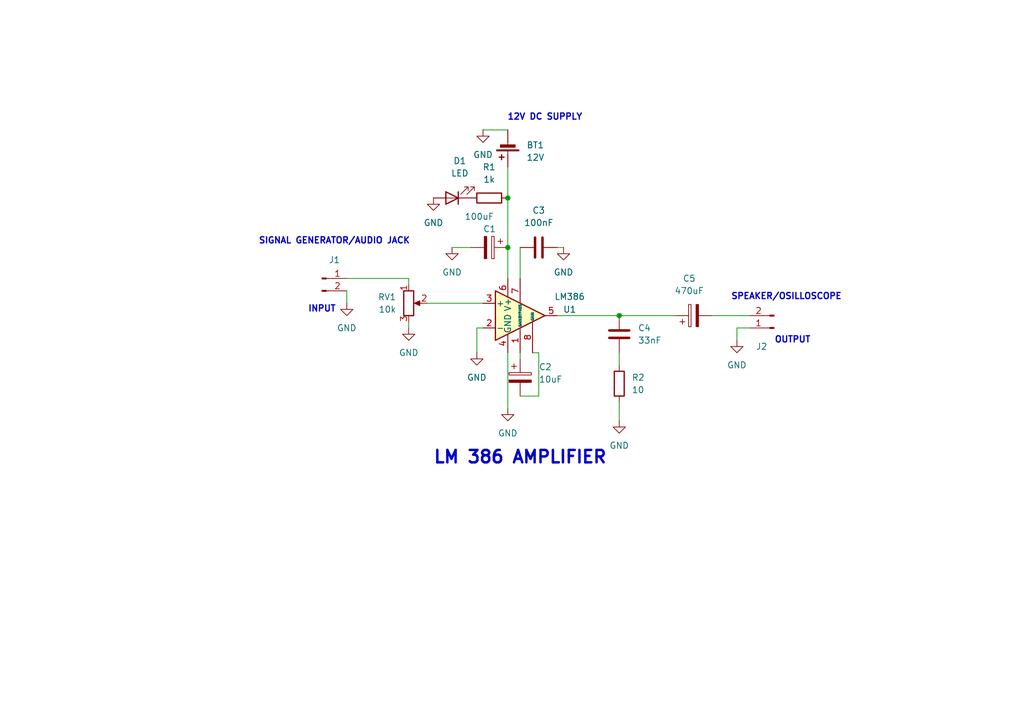
<source format=kicad_sch>
(kicad_sch
	(version 20250114)
	(generator "eeschema")
	(generator_version "9.0")
	(uuid "ec91a211-889e-4e57-b9a1-f516d4a2f78e")
	(paper "A5")
	(title_block
		(title "LM 386 AMPLIFIER")
	)
	(lib_symbols
		(symbol "Amplifier_Audio:LM386"
			(pin_names
				(offset 0.127)
			)
			(exclude_from_sim no)
			(in_bom yes)
			(on_board yes)
			(property "Reference" "U"
				(at 1.27 7.62 0)
				(effects
					(font
						(size 1.27 1.27)
					)
					(justify left)
				)
			)
			(property "Value" "LM386"
				(at 1.27 5.08 0)
				(effects
					(font
						(size 1.27 1.27)
					)
					(justify left)
				)
			)
			(property "Footprint" ""
				(at 2.54 2.54 0)
				(effects
					(font
						(size 1.27 1.27)
					)
					(hide yes)
				)
			)
			(property "Datasheet" "http://www.ti.com/lit/ds/symlink/lm386.pdf"
				(at 5.08 5.08 0)
				(effects
					(font
						(size 1.27 1.27)
					)
					(hide yes)
				)
			)
			(property "Description" "Low Voltage Audio Power Amplifier, DIP-8/SOIC-8/SSOP-8"
				(at 0 0 0)
				(effects
					(font
						(size 1.27 1.27)
					)
					(hide yes)
				)
			)
			(property "ki_keywords" "single Power opamp"
				(at 0 0 0)
				(effects
					(font
						(size 1.27 1.27)
					)
					(hide yes)
				)
			)
			(property "ki_fp_filters" "SOIC*3.9x4.9mm*P1.27mm* DIP*W7.62mm* MSSOP*P0.65mm* TSSOP*3x3mm*P0.5mm*"
				(at 0 0 0)
				(effects
					(font
						(size 1.27 1.27)
					)
					(hide yes)
				)
			)
			(symbol "LM386_0_1"
				(polyline
					(pts
						(xy 5.08 0) (xy -5.08 5.08) (xy -5.08 -5.08) (xy 5.08 0)
					)
					(stroke
						(width 0.254)
						(type default)
					)
					(fill
						(type background)
					)
				)
			)
			(symbol "LM386_1_1"
				(pin input line
					(at -7.62 2.54 0)
					(length 2.54)
					(name "+"
						(effects
							(font
								(size 1.27 1.27)
							)
						)
					)
					(number "3"
						(effects
							(font
								(size 1.27 1.27)
							)
						)
					)
				)
				(pin input line
					(at -7.62 -2.54 0)
					(length 2.54)
					(name "-"
						(effects
							(font
								(size 1.27 1.27)
							)
						)
					)
					(number "2"
						(effects
							(font
								(size 1.27 1.27)
							)
						)
					)
				)
				(pin power_in line
					(at -2.54 7.62 270)
					(length 3.81)
					(name "V+"
						(effects
							(font
								(size 1.27 1.27)
							)
						)
					)
					(number "6"
						(effects
							(font
								(size 1.27 1.27)
							)
						)
					)
				)
				(pin power_in line
					(at -2.54 -7.62 90)
					(length 3.81)
					(name "GND"
						(effects
							(font
								(size 1.27 1.27)
							)
						)
					)
					(number "4"
						(effects
							(font
								(size 1.27 1.27)
							)
						)
					)
				)
				(pin input line
					(at 0 7.62 270)
					(length 5.08)
					(name "BYPASS"
						(effects
							(font
								(size 0.508 0.508)
							)
						)
					)
					(number "7"
						(effects
							(font
								(size 1.27 1.27)
							)
						)
					)
				)
				(pin input line
					(at 0 -7.62 90)
					(length 5.08)
					(name "GAIN"
						(effects
							(font
								(size 0.508 0.508)
							)
						)
					)
					(number "1"
						(effects
							(font
								(size 1.27 1.27)
							)
						)
					)
				)
				(pin input line
					(at 2.54 -7.62 90)
					(length 6.35)
					(name "GAIN"
						(effects
							(font
								(size 0.508 0.508)
							)
						)
					)
					(number "8"
						(effects
							(font
								(size 1.27 1.27)
							)
						)
					)
				)
				(pin output line
					(at 7.62 0 180)
					(length 2.54)
					(name "~"
						(effects
							(font
								(size 1.27 1.27)
							)
						)
					)
					(number "5"
						(effects
							(font
								(size 1.27 1.27)
							)
						)
					)
				)
			)
			(embedded_fonts no)
		)
		(symbol "Connector:Conn_01x02_Pin"
			(pin_names
				(offset 1.016)
				(hide yes)
			)
			(exclude_from_sim no)
			(in_bom yes)
			(on_board yes)
			(property "Reference" "J"
				(at 0 2.54 0)
				(effects
					(font
						(size 1.27 1.27)
					)
				)
			)
			(property "Value" "Conn_01x02_Pin"
				(at 0 -5.08 0)
				(effects
					(font
						(size 1.27 1.27)
					)
				)
			)
			(property "Footprint" ""
				(at 0 0 0)
				(effects
					(font
						(size 1.27 1.27)
					)
					(hide yes)
				)
			)
			(property "Datasheet" "~"
				(at 0 0 0)
				(effects
					(font
						(size 1.27 1.27)
					)
					(hide yes)
				)
			)
			(property "Description" "Generic connector, single row, 01x02, script generated"
				(at 0 0 0)
				(effects
					(font
						(size 1.27 1.27)
					)
					(hide yes)
				)
			)
			(property "ki_locked" ""
				(at 0 0 0)
				(effects
					(font
						(size 1.27 1.27)
					)
				)
			)
			(property "ki_keywords" "connector"
				(at 0 0 0)
				(effects
					(font
						(size 1.27 1.27)
					)
					(hide yes)
				)
			)
			(property "ki_fp_filters" "Connector*:*_1x??_*"
				(at 0 0 0)
				(effects
					(font
						(size 1.27 1.27)
					)
					(hide yes)
				)
			)
			(symbol "Conn_01x02_Pin_1_1"
				(rectangle
					(start 0.8636 0.127)
					(end 0 -0.127)
					(stroke
						(width 0.1524)
						(type default)
					)
					(fill
						(type outline)
					)
				)
				(rectangle
					(start 0.8636 -2.413)
					(end 0 -2.667)
					(stroke
						(width 0.1524)
						(type default)
					)
					(fill
						(type outline)
					)
				)
				(polyline
					(pts
						(xy 1.27 0) (xy 0.8636 0)
					)
					(stroke
						(width 0.1524)
						(type default)
					)
					(fill
						(type none)
					)
				)
				(polyline
					(pts
						(xy 1.27 -2.54) (xy 0.8636 -2.54)
					)
					(stroke
						(width 0.1524)
						(type default)
					)
					(fill
						(type none)
					)
				)
				(pin passive line
					(at 5.08 0 180)
					(length 3.81)
					(name "Pin_1"
						(effects
							(font
								(size 1.27 1.27)
							)
						)
					)
					(number "1"
						(effects
							(font
								(size 1.27 1.27)
							)
						)
					)
				)
				(pin passive line
					(at 5.08 -2.54 180)
					(length 3.81)
					(name "Pin_2"
						(effects
							(font
								(size 1.27 1.27)
							)
						)
					)
					(number "2"
						(effects
							(font
								(size 1.27 1.27)
							)
						)
					)
				)
			)
			(embedded_fonts no)
		)
		(symbol "Device:Battery_Cell"
			(pin_numbers
				(hide yes)
			)
			(pin_names
				(offset 0)
				(hide yes)
			)
			(exclude_from_sim no)
			(in_bom yes)
			(on_board yes)
			(property "Reference" "BT"
				(at 2.54 2.54 0)
				(effects
					(font
						(size 1.27 1.27)
					)
					(justify left)
				)
			)
			(property "Value" "Battery_Cell"
				(at 2.54 0 0)
				(effects
					(font
						(size 1.27 1.27)
					)
					(justify left)
				)
			)
			(property "Footprint" ""
				(at 0 1.524 90)
				(effects
					(font
						(size 1.27 1.27)
					)
					(hide yes)
				)
			)
			(property "Datasheet" "~"
				(at 0 1.524 90)
				(effects
					(font
						(size 1.27 1.27)
					)
					(hide yes)
				)
			)
			(property "Description" "Single-cell battery"
				(at 0 0 0)
				(effects
					(font
						(size 1.27 1.27)
					)
					(hide yes)
				)
			)
			(property "ki_keywords" "battery cell"
				(at 0 0 0)
				(effects
					(font
						(size 1.27 1.27)
					)
					(hide yes)
				)
			)
			(symbol "Battery_Cell_0_1"
				(rectangle
					(start -2.286 1.778)
					(end 2.286 1.524)
					(stroke
						(width 0)
						(type default)
					)
					(fill
						(type outline)
					)
				)
				(rectangle
					(start -1.524 1.016)
					(end 1.524 0.508)
					(stroke
						(width 0)
						(type default)
					)
					(fill
						(type outline)
					)
				)
				(polyline
					(pts
						(xy 0 1.778) (xy 0 2.54)
					)
					(stroke
						(width 0)
						(type default)
					)
					(fill
						(type none)
					)
				)
				(polyline
					(pts
						(xy 0 0.762) (xy 0 0)
					)
					(stroke
						(width 0)
						(type default)
					)
					(fill
						(type none)
					)
				)
				(polyline
					(pts
						(xy 0.762 3.048) (xy 1.778 3.048)
					)
					(stroke
						(width 0.254)
						(type default)
					)
					(fill
						(type none)
					)
				)
				(polyline
					(pts
						(xy 1.27 3.556) (xy 1.27 2.54)
					)
					(stroke
						(width 0.254)
						(type default)
					)
					(fill
						(type none)
					)
				)
			)
			(symbol "Battery_Cell_1_1"
				(pin passive line
					(at 0 5.08 270)
					(length 2.54)
					(name "+"
						(effects
							(font
								(size 1.27 1.27)
							)
						)
					)
					(number "1"
						(effects
							(font
								(size 1.27 1.27)
							)
						)
					)
				)
				(pin passive line
					(at 0 -2.54 90)
					(length 2.54)
					(name "-"
						(effects
							(font
								(size 1.27 1.27)
							)
						)
					)
					(number "2"
						(effects
							(font
								(size 1.27 1.27)
							)
						)
					)
				)
			)
			(embedded_fonts no)
		)
		(symbol "Device:C"
			(pin_numbers
				(hide yes)
			)
			(pin_names
				(offset 0.254)
			)
			(exclude_from_sim no)
			(in_bom yes)
			(on_board yes)
			(property "Reference" "C"
				(at 0.635 2.54 0)
				(effects
					(font
						(size 1.27 1.27)
					)
					(justify left)
				)
			)
			(property "Value" "C"
				(at 0.635 -2.54 0)
				(effects
					(font
						(size 1.27 1.27)
					)
					(justify left)
				)
			)
			(property "Footprint" ""
				(at 0.9652 -3.81 0)
				(effects
					(font
						(size 1.27 1.27)
					)
					(hide yes)
				)
			)
			(property "Datasheet" "~"
				(at 0 0 0)
				(effects
					(font
						(size 1.27 1.27)
					)
					(hide yes)
				)
			)
			(property "Description" "Unpolarized capacitor"
				(at 0 0 0)
				(effects
					(font
						(size 1.27 1.27)
					)
					(hide yes)
				)
			)
			(property "ki_keywords" "cap capacitor"
				(at 0 0 0)
				(effects
					(font
						(size 1.27 1.27)
					)
					(hide yes)
				)
			)
			(property "ki_fp_filters" "C_*"
				(at 0 0 0)
				(effects
					(font
						(size 1.27 1.27)
					)
					(hide yes)
				)
			)
			(symbol "C_0_1"
				(polyline
					(pts
						(xy -2.032 0.762) (xy 2.032 0.762)
					)
					(stroke
						(width 0.508)
						(type default)
					)
					(fill
						(type none)
					)
				)
				(polyline
					(pts
						(xy -2.032 -0.762) (xy 2.032 -0.762)
					)
					(stroke
						(width 0.508)
						(type default)
					)
					(fill
						(type none)
					)
				)
			)
			(symbol "C_1_1"
				(pin passive line
					(at 0 3.81 270)
					(length 2.794)
					(name "~"
						(effects
							(font
								(size 1.27 1.27)
							)
						)
					)
					(number "1"
						(effects
							(font
								(size 1.27 1.27)
							)
						)
					)
				)
				(pin passive line
					(at 0 -3.81 90)
					(length 2.794)
					(name "~"
						(effects
							(font
								(size 1.27 1.27)
							)
						)
					)
					(number "2"
						(effects
							(font
								(size 1.27 1.27)
							)
						)
					)
				)
			)
			(embedded_fonts no)
		)
		(symbol "Device:C_Polarized"
			(pin_numbers
				(hide yes)
			)
			(pin_names
				(offset 0.254)
			)
			(exclude_from_sim no)
			(in_bom yes)
			(on_board yes)
			(property "Reference" "C"
				(at 0.635 2.54 0)
				(effects
					(font
						(size 1.27 1.27)
					)
					(justify left)
				)
			)
			(property "Value" "C_Polarized"
				(at 0.635 -2.54 0)
				(effects
					(font
						(size 1.27 1.27)
					)
					(justify left)
				)
			)
			(property "Footprint" ""
				(at 0.9652 -3.81 0)
				(effects
					(font
						(size 1.27 1.27)
					)
					(hide yes)
				)
			)
			(property "Datasheet" "~"
				(at 0 0 0)
				(effects
					(font
						(size 1.27 1.27)
					)
					(hide yes)
				)
			)
			(property "Description" "Polarized capacitor"
				(at 0 0 0)
				(effects
					(font
						(size 1.27 1.27)
					)
					(hide yes)
				)
			)
			(property "ki_keywords" "cap capacitor"
				(at 0 0 0)
				(effects
					(font
						(size 1.27 1.27)
					)
					(hide yes)
				)
			)
			(property "ki_fp_filters" "CP_*"
				(at 0 0 0)
				(effects
					(font
						(size 1.27 1.27)
					)
					(hide yes)
				)
			)
			(symbol "C_Polarized_0_1"
				(rectangle
					(start -2.286 0.508)
					(end 2.286 1.016)
					(stroke
						(width 0)
						(type default)
					)
					(fill
						(type none)
					)
				)
				(polyline
					(pts
						(xy -1.778 2.286) (xy -0.762 2.286)
					)
					(stroke
						(width 0)
						(type default)
					)
					(fill
						(type none)
					)
				)
				(polyline
					(pts
						(xy -1.27 2.794) (xy -1.27 1.778)
					)
					(stroke
						(width 0)
						(type default)
					)
					(fill
						(type none)
					)
				)
				(rectangle
					(start 2.286 -0.508)
					(end -2.286 -1.016)
					(stroke
						(width 0)
						(type default)
					)
					(fill
						(type outline)
					)
				)
			)
			(symbol "C_Polarized_1_1"
				(pin passive line
					(at 0 3.81 270)
					(length 2.794)
					(name "~"
						(effects
							(font
								(size 1.27 1.27)
							)
						)
					)
					(number "1"
						(effects
							(font
								(size 1.27 1.27)
							)
						)
					)
				)
				(pin passive line
					(at 0 -3.81 90)
					(length 2.794)
					(name "~"
						(effects
							(font
								(size 1.27 1.27)
							)
						)
					)
					(number "2"
						(effects
							(font
								(size 1.27 1.27)
							)
						)
					)
				)
			)
			(embedded_fonts no)
		)
		(symbol "Device:LED"
			(pin_numbers
				(hide yes)
			)
			(pin_names
				(offset 1.016)
				(hide yes)
			)
			(exclude_from_sim no)
			(in_bom yes)
			(on_board yes)
			(property "Reference" "D"
				(at 0 2.54 0)
				(effects
					(font
						(size 1.27 1.27)
					)
				)
			)
			(property "Value" "LED"
				(at 0 -2.54 0)
				(effects
					(font
						(size 1.27 1.27)
					)
				)
			)
			(property "Footprint" ""
				(at 0 0 0)
				(effects
					(font
						(size 1.27 1.27)
					)
					(hide yes)
				)
			)
			(property "Datasheet" "~"
				(at 0 0 0)
				(effects
					(font
						(size 1.27 1.27)
					)
					(hide yes)
				)
			)
			(property "Description" "Light emitting diode"
				(at 0 0 0)
				(effects
					(font
						(size 1.27 1.27)
					)
					(hide yes)
				)
			)
			(property "Sim.Pins" "1=K 2=A"
				(at 0 0 0)
				(effects
					(font
						(size 1.27 1.27)
					)
					(hide yes)
				)
			)
			(property "ki_keywords" "LED diode"
				(at 0 0 0)
				(effects
					(font
						(size 1.27 1.27)
					)
					(hide yes)
				)
			)
			(property "ki_fp_filters" "LED* LED_SMD:* LED_THT:*"
				(at 0 0 0)
				(effects
					(font
						(size 1.27 1.27)
					)
					(hide yes)
				)
			)
			(symbol "LED_0_1"
				(polyline
					(pts
						(xy -3.048 -0.762) (xy -4.572 -2.286) (xy -3.81 -2.286) (xy -4.572 -2.286) (xy -4.572 -1.524)
					)
					(stroke
						(width 0)
						(type default)
					)
					(fill
						(type none)
					)
				)
				(polyline
					(pts
						(xy -1.778 -0.762) (xy -3.302 -2.286) (xy -2.54 -2.286) (xy -3.302 -2.286) (xy -3.302 -1.524)
					)
					(stroke
						(width 0)
						(type default)
					)
					(fill
						(type none)
					)
				)
				(polyline
					(pts
						(xy -1.27 0) (xy 1.27 0)
					)
					(stroke
						(width 0)
						(type default)
					)
					(fill
						(type none)
					)
				)
				(polyline
					(pts
						(xy -1.27 -1.27) (xy -1.27 1.27)
					)
					(stroke
						(width 0.254)
						(type default)
					)
					(fill
						(type none)
					)
				)
				(polyline
					(pts
						(xy 1.27 -1.27) (xy 1.27 1.27) (xy -1.27 0) (xy 1.27 -1.27)
					)
					(stroke
						(width 0.254)
						(type default)
					)
					(fill
						(type none)
					)
				)
			)
			(symbol "LED_1_1"
				(pin passive line
					(at -3.81 0 0)
					(length 2.54)
					(name "K"
						(effects
							(font
								(size 1.27 1.27)
							)
						)
					)
					(number "1"
						(effects
							(font
								(size 1.27 1.27)
							)
						)
					)
				)
				(pin passive line
					(at 3.81 0 180)
					(length 2.54)
					(name "A"
						(effects
							(font
								(size 1.27 1.27)
							)
						)
					)
					(number "2"
						(effects
							(font
								(size 1.27 1.27)
							)
						)
					)
				)
			)
			(embedded_fonts no)
		)
		(symbol "Device:R"
			(pin_numbers
				(hide yes)
			)
			(pin_names
				(offset 0)
			)
			(exclude_from_sim no)
			(in_bom yes)
			(on_board yes)
			(property "Reference" "R"
				(at 2.032 0 90)
				(effects
					(font
						(size 1.27 1.27)
					)
				)
			)
			(property "Value" "R"
				(at 0 0 90)
				(effects
					(font
						(size 1.27 1.27)
					)
				)
			)
			(property "Footprint" ""
				(at -1.778 0 90)
				(effects
					(font
						(size 1.27 1.27)
					)
					(hide yes)
				)
			)
			(property "Datasheet" "~"
				(at 0 0 0)
				(effects
					(font
						(size 1.27 1.27)
					)
					(hide yes)
				)
			)
			(property "Description" "Resistor"
				(at 0 0 0)
				(effects
					(font
						(size 1.27 1.27)
					)
					(hide yes)
				)
			)
			(property "ki_keywords" "R res resistor"
				(at 0 0 0)
				(effects
					(font
						(size 1.27 1.27)
					)
					(hide yes)
				)
			)
			(property "ki_fp_filters" "R_*"
				(at 0 0 0)
				(effects
					(font
						(size 1.27 1.27)
					)
					(hide yes)
				)
			)
			(symbol "R_0_1"
				(rectangle
					(start -1.016 -2.54)
					(end 1.016 2.54)
					(stroke
						(width 0.254)
						(type default)
					)
					(fill
						(type none)
					)
				)
			)
			(symbol "R_1_1"
				(pin passive line
					(at 0 3.81 270)
					(length 1.27)
					(name "~"
						(effects
							(font
								(size 1.27 1.27)
							)
						)
					)
					(number "1"
						(effects
							(font
								(size 1.27 1.27)
							)
						)
					)
				)
				(pin passive line
					(at 0 -3.81 90)
					(length 1.27)
					(name "~"
						(effects
							(font
								(size 1.27 1.27)
							)
						)
					)
					(number "2"
						(effects
							(font
								(size 1.27 1.27)
							)
						)
					)
				)
			)
			(embedded_fonts no)
		)
		(symbol "Device:R_Potentiometer"
			(pin_names
				(offset 1.016)
				(hide yes)
			)
			(exclude_from_sim no)
			(in_bom yes)
			(on_board yes)
			(property "Reference" "RV"
				(at -4.445 0 90)
				(effects
					(font
						(size 1.27 1.27)
					)
				)
			)
			(property "Value" "R_Potentiometer"
				(at -2.54 0 90)
				(effects
					(font
						(size 1.27 1.27)
					)
				)
			)
			(property "Footprint" ""
				(at 0 0 0)
				(effects
					(font
						(size 1.27 1.27)
					)
					(hide yes)
				)
			)
			(property "Datasheet" "~"
				(at 0 0 0)
				(effects
					(font
						(size 1.27 1.27)
					)
					(hide yes)
				)
			)
			(property "Description" "Potentiometer"
				(at 0 0 0)
				(effects
					(font
						(size 1.27 1.27)
					)
					(hide yes)
				)
			)
			(property "ki_keywords" "resistor variable"
				(at 0 0 0)
				(effects
					(font
						(size 1.27 1.27)
					)
					(hide yes)
				)
			)
			(property "ki_fp_filters" "Potentiometer*"
				(at 0 0 0)
				(effects
					(font
						(size 1.27 1.27)
					)
					(hide yes)
				)
			)
			(symbol "R_Potentiometer_0_1"
				(rectangle
					(start 1.016 2.54)
					(end -1.016 -2.54)
					(stroke
						(width 0.254)
						(type default)
					)
					(fill
						(type none)
					)
				)
				(polyline
					(pts
						(xy 1.143 0) (xy 2.286 0.508) (xy 2.286 -0.508) (xy 1.143 0)
					)
					(stroke
						(width 0)
						(type default)
					)
					(fill
						(type outline)
					)
				)
				(polyline
					(pts
						(xy 2.54 0) (xy 1.524 0)
					)
					(stroke
						(width 0)
						(type default)
					)
					(fill
						(type none)
					)
				)
			)
			(symbol "R_Potentiometer_1_1"
				(pin passive line
					(at 0 3.81 270)
					(length 1.27)
					(name "1"
						(effects
							(font
								(size 1.27 1.27)
							)
						)
					)
					(number "1"
						(effects
							(font
								(size 1.27 1.27)
							)
						)
					)
				)
				(pin passive line
					(at 0 -3.81 90)
					(length 1.27)
					(name "3"
						(effects
							(font
								(size 1.27 1.27)
							)
						)
					)
					(number "3"
						(effects
							(font
								(size 1.27 1.27)
							)
						)
					)
				)
				(pin passive line
					(at 3.81 0 180)
					(length 1.27)
					(name "2"
						(effects
							(font
								(size 1.27 1.27)
							)
						)
					)
					(number "2"
						(effects
							(font
								(size 1.27 1.27)
							)
						)
					)
				)
			)
			(embedded_fonts no)
		)
		(symbol "power:GND"
			(power)
			(pin_numbers
				(hide yes)
			)
			(pin_names
				(offset 0)
				(hide yes)
			)
			(exclude_from_sim no)
			(in_bom yes)
			(on_board yes)
			(property "Reference" "#PWR"
				(at 0 -6.35 0)
				(effects
					(font
						(size 1.27 1.27)
					)
					(hide yes)
				)
			)
			(property "Value" "GND"
				(at 0 -3.81 0)
				(effects
					(font
						(size 1.27 1.27)
					)
				)
			)
			(property "Footprint" ""
				(at 0 0 0)
				(effects
					(font
						(size 1.27 1.27)
					)
					(hide yes)
				)
			)
			(property "Datasheet" ""
				(at 0 0 0)
				(effects
					(font
						(size 1.27 1.27)
					)
					(hide yes)
				)
			)
			(property "Description" "Power symbol creates a global label with name \"GND\" , ground"
				(at 0 0 0)
				(effects
					(font
						(size 1.27 1.27)
					)
					(hide yes)
				)
			)
			(property "ki_keywords" "global power"
				(at 0 0 0)
				(effects
					(font
						(size 1.27 1.27)
					)
					(hide yes)
				)
			)
			(symbol "GND_0_1"
				(polyline
					(pts
						(xy 0 0) (xy 0 -1.27) (xy 1.27 -1.27) (xy 0 -2.54) (xy -1.27 -1.27) (xy 0 -1.27)
					)
					(stroke
						(width 0)
						(type default)
					)
					(fill
						(type none)
					)
				)
			)
			(symbol "GND_1_1"
				(pin power_in line
					(at 0 0 270)
					(length 0)
					(name "~"
						(effects
							(font
								(size 1.27 1.27)
							)
						)
					)
					(number "1"
						(effects
							(font
								(size 1.27 1.27)
							)
						)
					)
				)
			)
			(embedded_fonts no)
		)
	)
	(text "INPUT"
		(exclude_from_sim no)
		(at 66.04 63.5 0)
		(effects
			(font
				(size 1.27 1.27)
				(thickness 0.254)
				(bold yes)
			)
		)
		(uuid "40d99f96-48a3-44ac-b0a5-f79a6e443568")
	)
	(text "LM 386 AMPLIFIER"
		(exclude_from_sim no)
		(at 106.68 93.98 0)
		(effects
			(font
				(size 2.54 2.54)
				(thickness 0.508)
				(bold yes)
			)
		)
		(uuid "53c88ea7-7799-41bf-a51b-531358c318e7")
	)
	(text "12V DC SUPPLY"
		(exclude_from_sim no)
		(at 111.76 24.13 0)
		(effects
			(font
				(size 1.27 1.27)
				(thickness 0.254)
				(bold yes)
			)
		)
		(uuid "5a6dd216-febc-463a-b0ee-8133c8bddc62")
	)
	(text "SIGNAL GENERATOR/AUDIO JACK\n"
		(exclude_from_sim no)
		(at 68.58 49.53 0)
		(effects
			(font
				(size 1.27 1.27)
				(thickness 0.254)
				(bold yes)
			)
		)
		(uuid "5ba23e2a-b472-4bc9-8f55-78d77893a0fe")
	)
	(text "SPEAKER/OSILLOSCOPE\n"
		(exclude_from_sim no)
		(at 161.29 60.96 0)
		(effects
			(font
				(size 1.27 1.27)
				(thickness 0.254)
				(bold yes)
			)
		)
		(uuid "d9c4b676-680d-419a-8449-8b4a36b6425e")
	)
	(text "OUTPUT\n"
		(exclude_from_sim no)
		(at 162.56 69.85 0)
		(effects
			(font
				(size 1.27 1.27)
				(thickness 0.254)
				(bold yes)
			)
		)
		(uuid "fce18e7b-e2fa-49f3-a5d9-b3197febd6e8")
	)
	(junction
		(at 104.14 50.8)
		(diameter 0)
		(color 0 0 0 0)
		(uuid "5fd7c458-849a-4435-9a82-a183dd829ce6")
	)
	(junction
		(at 104.14 40.64)
		(diameter 0)
		(color 0 0 0 0)
		(uuid "69843219-6e3c-4e23-967c-a3e8031c8be9")
	)
	(junction
		(at 127 64.77)
		(diameter 0)
		(color 0 0 0 0)
		(uuid "74a44c46-4b41-4181-b4f7-ede06776e06b")
	)
	(wire
		(pts
			(xy 114.3 64.77) (xy 127 64.77)
		)
		(stroke
			(width 0)
			(type default)
		)
		(uuid "0521c4b3-2f2c-43eb-bac5-e63f378a7544")
	)
	(wire
		(pts
			(xy 97.79 67.31) (xy 99.06 67.31)
		)
		(stroke
			(width 0)
			(type default)
		)
		(uuid "0a58e0bc-f5ed-4dad-beb8-663921bca27c")
	)
	(wire
		(pts
			(xy 104.14 72.39) (xy 104.14 83.82)
		)
		(stroke
			(width 0)
			(type default)
		)
		(uuid "1ba92940-af55-4fdb-b692-6f2a6fc01ed7")
	)
	(wire
		(pts
			(xy 106.68 81.28) (xy 110.49 81.28)
		)
		(stroke
			(width 0)
			(type default)
		)
		(uuid "24e5fcba-d740-4eeb-96a7-054a90d323f0")
	)
	(wire
		(pts
			(xy 104.14 40.64) (xy 104.14 50.8)
		)
		(stroke
			(width 0)
			(type default)
		)
		(uuid "326b0a48-c5f0-475a-b09b-a74b830e1988")
	)
	(wire
		(pts
			(xy 83.82 66.04) (xy 83.82 67.31)
		)
		(stroke
			(width 0)
			(type default)
		)
		(uuid "3c073c41-84cc-443a-96a5-2d1c8373c4a8")
	)
	(wire
		(pts
			(xy 104.14 34.29) (xy 104.14 40.64)
		)
		(stroke
			(width 0)
			(type default)
		)
		(uuid "4230329d-91a3-4ce1-b463-3e7cb6175db2")
	)
	(wire
		(pts
			(xy 110.49 81.28) (xy 110.49 72.39)
		)
		(stroke
			(width 0)
			(type default)
		)
		(uuid "432a2eac-075b-4aea-a1bd-fd5742104d5d")
	)
	(wire
		(pts
			(xy 110.49 72.39) (xy 109.22 72.39)
		)
		(stroke
			(width 0)
			(type default)
		)
		(uuid "4e3c0768-26ee-42b0-ae45-b9e157d41a4d")
	)
	(wire
		(pts
			(xy 97.79 72.39) (xy 97.79 67.31)
		)
		(stroke
			(width 0)
			(type default)
		)
		(uuid "6a815ee4-56ef-4d5c-9576-2ede63317822")
	)
	(wire
		(pts
			(xy 151.13 69.85) (xy 151.13 67.31)
		)
		(stroke
			(width 0)
			(type default)
		)
		(uuid "726a46f2-95af-4367-af21-461c37ac6017")
	)
	(wire
		(pts
			(xy 99.06 26.67) (xy 104.14 26.67)
		)
		(stroke
			(width 0)
			(type default)
		)
		(uuid "8048c5e8-7380-4668-89f1-8e371725e1c5")
	)
	(wire
		(pts
			(xy 127 72.39) (xy 127 74.93)
		)
		(stroke
			(width 0)
			(type default)
		)
		(uuid "83f03205-5c17-4903-9fa6-26da756d6378")
	)
	(wire
		(pts
			(xy 104.14 50.8) (xy 104.14 57.15)
		)
		(stroke
			(width 0)
			(type default)
		)
		(uuid "84be2daa-08a6-469f-8d3b-236dd0fece7b")
	)
	(wire
		(pts
			(xy 127 64.77) (xy 138.43 64.77)
		)
		(stroke
			(width 0)
			(type default)
		)
		(uuid "8932e740-6898-4693-b2ec-a983b90a3cec")
	)
	(wire
		(pts
			(xy 151.13 67.31) (xy 153.67 67.31)
		)
		(stroke
			(width 0)
			(type default)
		)
		(uuid "95d560af-c860-4ed6-8b85-d436f8a1910b")
	)
	(wire
		(pts
			(xy 83.82 57.15) (xy 83.82 58.42)
		)
		(stroke
			(width 0)
			(type default)
		)
		(uuid "9a09a917-75d2-4a5d-8da4-c390eb9f1d98")
	)
	(wire
		(pts
			(xy 127 82.55) (xy 127 86.36)
		)
		(stroke
			(width 0)
			(type default)
		)
		(uuid "a4a3ae1b-6948-4410-8314-3268d2f71d62")
	)
	(wire
		(pts
			(xy 146.05 64.77) (xy 153.67 64.77)
		)
		(stroke
			(width 0)
			(type default)
		)
		(uuid "bb6cc7af-6d61-4ab0-a706-e813146c2787")
	)
	(wire
		(pts
			(xy 92.71 50.8) (xy 96.52 50.8)
		)
		(stroke
			(width 0)
			(type default)
		)
		(uuid "bf3046a7-6288-4051-8e34-b6bc80e76296")
	)
	(wire
		(pts
			(xy 106.68 50.8) (xy 106.68 57.15)
		)
		(stroke
			(width 0)
			(type default)
		)
		(uuid "c4b6d4da-4c9f-4e1f-bfaa-7308550fbb51")
	)
	(wire
		(pts
			(xy 114.3 50.8) (xy 115.57 50.8)
		)
		(stroke
			(width 0)
			(type default)
		)
		(uuid "ded62db5-6599-4c59-8129-a5c9d49e6d26")
	)
	(wire
		(pts
			(xy 71.12 57.15) (xy 83.82 57.15)
		)
		(stroke
			(width 0)
			(type default)
		)
		(uuid "dfdb4fee-9fe9-42ad-ab28-1c239dadc0f4")
	)
	(wire
		(pts
			(xy 71.12 62.23) (xy 71.12 59.69)
		)
		(stroke
			(width 0)
			(type default)
		)
		(uuid "e04f29a0-95d1-4a02-b34f-b7335e1d627a")
	)
	(wire
		(pts
			(xy 87.63 62.23) (xy 99.06 62.23)
		)
		(stroke
			(width 0)
			(type default)
		)
		(uuid "ea3b3cf7-eed7-4e43-b375-7c280be75e2c")
	)
	(wire
		(pts
			(xy 106.68 72.39) (xy 106.68 73.66)
		)
		(stroke
			(width 0)
			(type default)
		)
		(uuid "f982c679-2cde-4e04-a98b-dc7e3a7bb42f")
	)
	(symbol
		(lib_id "Amplifier_Audio:LM386")
		(at 106.68 64.77 0)
		(unit 1)
		(exclude_from_sim no)
		(in_bom yes)
		(on_board yes)
		(dnp no)
		(uuid "1c37b584-1436-46a9-aefb-0eaefb65a7cb")
		(property "Reference" "U1"
			(at 116.84 63.5 0)
			(effects
				(font
					(size 1.27 1.27)
				)
			)
		)
		(property "Value" "LM386"
			(at 116.84 60.8898 0)
			(effects
				(font
					(size 1.27 1.27)
				)
			)
		)
		(property "Footprint" ""
			(at 109.22 62.23 0)
			(effects
				(font
					(size 1.27 1.27)
				)
				(hide yes)
			)
		)
		(property "Datasheet" "http://www.ti.com/lit/ds/symlink/lm386.pdf"
			(at 111.76 59.69 0)
			(effects
				(font
					(size 1.27 1.27)
				)
				(hide yes)
			)
		)
		(property "Description" "Low Voltage Audio Power Amplifier, DIP-8/SOIC-8/SSOP-8"
			(at 106.68 64.77 0)
			(effects
				(font
					(size 1.27 1.27)
				)
				(hide yes)
			)
		)
		(pin "2"
			(uuid "b7d581e8-9fb7-4beb-bfd5-c42e58765af4")
		)
		(pin "6"
			(uuid "b30ea733-b4cc-4df6-a07b-27f2358c9a29")
		)
		(pin "4"
			(uuid "4c364903-bd9d-41b7-9db9-2451ac136c12")
		)
		(pin "3"
			(uuid "0ced3de0-55ee-489c-83f8-99aa350e6f67")
		)
		(pin "7"
			(uuid "f3eb7d87-c5d2-4b75-97b4-ab4040958722")
		)
		(pin "1"
			(uuid "42f7c0a4-950c-4605-b11f-55585c7ff86f")
		)
		(pin "5"
			(uuid "51eb357e-3007-4197-a751-c52a1b2a6ad0")
		)
		(pin "8"
			(uuid "bb98865a-d3d2-4e72-bfa1-a3589fb4ed0f")
		)
		(instances
			(project ""
				(path "/ec91a211-889e-4e57-b9a1-f516d4a2f78e"
					(reference "U1")
					(unit 1)
				)
			)
		)
	)
	(symbol
		(lib_id "power:GND")
		(at 104.14 83.82 0)
		(unit 1)
		(exclude_from_sim no)
		(in_bom yes)
		(on_board yes)
		(dnp no)
		(fields_autoplaced yes)
		(uuid "1fd08a83-4129-41ce-a1c0-ca639a242ef5")
		(property "Reference" "#PWR02"
			(at 104.14 90.17 0)
			(effects
				(font
					(size 1.27 1.27)
				)
				(hide yes)
			)
		)
		(property "Value" "GND"
			(at 104.14 88.9 0)
			(effects
				(font
					(size 1.27 1.27)
				)
			)
		)
		(property "Footprint" ""
			(at 104.14 83.82 0)
			(effects
				(font
					(size 1.27 1.27)
				)
				(hide yes)
			)
		)
		(property "Datasheet" ""
			(at 104.14 83.82 0)
			(effects
				(font
					(size 1.27 1.27)
				)
				(hide yes)
			)
		)
		(property "Description" "Power symbol creates a global label with name \"GND\" , ground"
			(at 104.14 83.82 0)
			(effects
				(font
					(size 1.27 1.27)
				)
				(hide yes)
			)
		)
		(pin "1"
			(uuid "3eff4a6c-72e1-4dae-b416-39b9834e0913")
		)
		(instances
			(project ""
				(path "/ec91a211-889e-4e57-b9a1-f516d4a2f78e"
					(reference "#PWR02")
					(unit 1)
				)
			)
		)
	)
	(symbol
		(lib_id "power:GND")
		(at 97.79 72.39 0)
		(unit 1)
		(exclude_from_sim no)
		(in_bom yes)
		(on_board yes)
		(dnp no)
		(fields_autoplaced yes)
		(uuid "33546562-ea01-4e04-be79-682bd52f8246")
		(property "Reference" "#PWR01"
			(at 97.79 78.74 0)
			(effects
				(font
					(size 1.27 1.27)
				)
				(hide yes)
			)
		)
		(property "Value" "GND"
			(at 97.79 77.47 0)
			(effects
				(font
					(size 1.27 1.27)
				)
			)
		)
		(property "Footprint" ""
			(at 97.79 72.39 0)
			(effects
				(font
					(size 1.27 1.27)
				)
				(hide yes)
			)
		)
		(property "Datasheet" ""
			(at 97.79 72.39 0)
			(effects
				(font
					(size 1.27 1.27)
				)
				(hide yes)
			)
		)
		(property "Description" "Power symbol creates a global label with name \"GND\" , ground"
			(at 97.79 72.39 0)
			(effects
				(font
					(size 1.27 1.27)
				)
				(hide yes)
			)
		)
		(pin "1"
			(uuid "3eff4a6c-72e1-4dae-b416-39b9834e0914")
		)
		(instances
			(project ""
				(path "/ec91a211-889e-4e57-b9a1-f516d4a2f78e"
					(reference "#PWR01")
					(unit 1)
				)
			)
		)
	)
	(symbol
		(lib_id "Device:LED")
		(at 92.71 40.64 180)
		(unit 1)
		(exclude_from_sim no)
		(in_bom yes)
		(on_board yes)
		(dnp no)
		(fields_autoplaced yes)
		(uuid "3967ef07-0410-4f8d-8591-821efe1a41d3")
		(property "Reference" "D1"
			(at 94.2975 33.02 0)
			(effects
				(font
					(size 1.27 1.27)
				)
			)
		)
		(property "Value" "LED"
			(at 94.2975 35.56 0)
			(effects
				(font
					(size 1.27 1.27)
				)
			)
		)
		(property "Footprint" ""
			(at 92.71 40.64 0)
			(effects
				(font
					(size 1.27 1.27)
				)
				(hide yes)
			)
		)
		(property "Datasheet" "~"
			(at 92.71 40.64 0)
			(effects
				(font
					(size 1.27 1.27)
				)
				(hide yes)
			)
		)
		(property "Description" "Light emitting diode"
			(at 92.71 40.64 0)
			(effects
				(font
					(size 1.27 1.27)
				)
				(hide yes)
			)
		)
		(property "Sim.Pins" "1=K 2=A"
			(at 92.71 40.64 0)
			(effects
				(font
					(size 1.27 1.27)
				)
				(hide yes)
			)
		)
		(pin "2"
			(uuid "d255d183-d0e5-42aa-8424-875da024ad11")
		)
		(pin "1"
			(uuid "5d134124-8112-4c77-9c48-ce5cf621b216")
		)
		(instances
			(project ""
				(path "/ec91a211-889e-4e57-b9a1-f516d4a2f78e"
					(reference "D1")
					(unit 1)
				)
			)
		)
	)
	(symbol
		(lib_id "power:GND")
		(at 127 86.36 0)
		(unit 1)
		(exclude_from_sim no)
		(in_bom yes)
		(on_board yes)
		(dnp no)
		(fields_autoplaced yes)
		(uuid "45b15c46-9b00-4ac3-857d-44bcc3e78b00")
		(property "Reference" "#PWR07"
			(at 127 92.71 0)
			(effects
				(font
					(size 1.27 1.27)
				)
				(hide yes)
			)
		)
		(property "Value" "GND"
			(at 127 91.44 0)
			(effects
				(font
					(size 1.27 1.27)
				)
			)
		)
		(property "Footprint" ""
			(at 127 86.36 0)
			(effects
				(font
					(size 1.27 1.27)
				)
				(hide yes)
			)
		)
		(property "Datasheet" ""
			(at 127 86.36 0)
			(effects
				(font
					(size 1.27 1.27)
				)
				(hide yes)
			)
		)
		(property "Description" "Power symbol creates a global label with name \"GND\" , ground"
			(at 127 86.36 0)
			(effects
				(font
					(size 1.27 1.27)
				)
				(hide yes)
			)
		)
		(pin "1"
			(uuid "3eff4a6c-72e1-4dae-b416-39b9834e0915")
		)
		(instances
			(project ""
				(path "/ec91a211-889e-4e57-b9a1-f516d4a2f78e"
					(reference "#PWR07")
					(unit 1)
				)
			)
		)
	)
	(symbol
		(lib_id "power:GND")
		(at 99.06 26.67 0)
		(unit 1)
		(exclude_from_sim no)
		(in_bom yes)
		(on_board yes)
		(dnp no)
		(fields_autoplaced yes)
		(uuid "4f3930c6-8bba-4b2e-a656-1dc2bcef144e")
		(property "Reference" "#PWR010"
			(at 99.06 33.02 0)
			(effects
				(font
					(size 1.27 1.27)
				)
				(hide yes)
			)
		)
		(property "Value" "GND"
			(at 99.06 31.75 0)
			(effects
				(font
					(size 1.27 1.27)
				)
			)
		)
		(property "Footprint" ""
			(at 99.06 26.67 0)
			(effects
				(font
					(size 1.27 1.27)
				)
				(hide yes)
			)
		)
		(property "Datasheet" ""
			(at 99.06 26.67 0)
			(effects
				(font
					(size 1.27 1.27)
				)
				(hide yes)
			)
		)
		(property "Description" "Power symbol creates a global label with name \"GND\" , ground"
			(at 99.06 26.67 0)
			(effects
				(font
					(size 1.27 1.27)
				)
				(hide yes)
			)
		)
		(pin "1"
			(uuid "a668c93d-7ad2-4266-be69-09e0a733b972")
		)
		(instances
			(project "lm386amp"
				(path "/ec91a211-889e-4e57-b9a1-f516d4a2f78e"
					(reference "#PWR010")
					(unit 1)
				)
			)
		)
	)
	(symbol
		(lib_id "Device:R")
		(at 100.33 40.64 90)
		(unit 1)
		(exclude_from_sim no)
		(in_bom yes)
		(on_board yes)
		(dnp no)
		(fields_autoplaced yes)
		(uuid "661a0d5e-5cf8-4d2e-8704-472f3adbaaa3")
		(property "Reference" "R1"
			(at 100.33 34.29 90)
			(effects
				(font
					(size 1.27 1.27)
				)
			)
		)
		(property "Value" "1k"
			(at 100.33 36.83 90)
			(effects
				(font
					(size 1.27 1.27)
				)
			)
		)
		(property "Footprint" ""
			(at 100.33 42.418 90)
			(effects
				(font
					(size 1.27 1.27)
				)
				(hide yes)
			)
		)
		(property "Datasheet" "~"
			(at 100.33 40.64 0)
			(effects
				(font
					(size 1.27 1.27)
				)
				(hide yes)
			)
		)
		(property "Description" "Resistor"
			(at 100.33 40.64 0)
			(effects
				(font
					(size 1.27 1.27)
				)
				(hide yes)
			)
		)
		(pin "1"
			(uuid "92754cb9-7d80-42ab-a4ef-f1eb7350483b")
		)
		(pin "2"
			(uuid "16497937-2e7c-4806-ba81-86ca51dd1428")
		)
		(instances
			(project "lm386amp"
				(path "/ec91a211-889e-4e57-b9a1-f516d4a2f78e"
					(reference "R1")
					(unit 1)
				)
			)
		)
	)
	(symbol
		(lib_id "power:GND")
		(at 71.12 62.23 0)
		(unit 1)
		(exclude_from_sim no)
		(in_bom yes)
		(on_board yes)
		(dnp no)
		(fields_autoplaced yes)
		(uuid "679360a6-0127-404b-bfa0-c055cc8ad32b")
		(property "Reference" "#PWR09"
			(at 71.12 68.58 0)
			(effects
				(font
					(size 1.27 1.27)
				)
				(hide yes)
			)
		)
		(property "Value" "GND"
			(at 71.12 67.31 0)
			(effects
				(font
					(size 1.27 1.27)
				)
			)
		)
		(property "Footprint" ""
			(at 71.12 62.23 0)
			(effects
				(font
					(size 1.27 1.27)
				)
				(hide yes)
			)
		)
		(property "Datasheet" ""
			(at 71.12 62.23 0)
			(effects
				(font
					(size 1.27 1.27)
				)
				(hide yes)
			)
		)
		(property "Description" "Power symbol creates a global label with name \"GND\" , ground"
			(at 71.12 62.23 0)
			(effects
				(font
					(size 1.27 1.27)
				)
				(hide yes)
			)
		)
		(pin "1"
			(uuid "ba909325-65c9-44b0-a627-cbd383b0aec9")
		)
		(instances
			(project "lm386amp"
				(path "/ec91a211-889e-4e57-b9a1-f516d4a2f78e"
					(reference "#PWR09")
					(unit 1)
				)
			)
		)
	)
	(symbol
		(lib_id "Device:Battery_Cell")
		(at 104.14 29.21 180)
		(unit 1)
		(exclude_from_sim no)
		(in_bom yes)
		(on_board yes)
		(dnp no)
		(fields_autoplaced yes)
		(uuid "6a4868d4-1810-49f1-aa99-246d14989283")
		(property "Reference" "BT1"
			(at 107.95 29.7814 0)
			(effects
				(font
					(size 1.27 1.27)
				)
				(justify right)
			)
		)
		(property "Value" "12V"
			(at 107.95 32.3214 0)
			(effects
				(font
					(size 1.27 1.27)
				)
				(justify right)
			)
		)
		(property "Footprint" ""
			(at 104.14 30.734 90)
			(effects
				(font
					(size 1.27 1.27)
				)
				(hide yes)
			)
		)
		(property "Datasheet" "~"
			(at 104.14 30.734 90)
			(effects
				(font
					(size 1.27 1.27)
				)
				(hide yes)
			)
		)
		(property "Description" "Single-cell battery"
			(at 104.14 29.21 0)
			(effects
				(font
					(size 1.27 1.27)
				)
				(hide yes)
			)
		)
		(pin "1"
			(uuid "bcd93877-a8cd-4b3b-8d4c-693b33b8f65e")
		)
		(pin "2"
			(uuid "6e985632-cc5b-4973-a3e0-0f24425b4a1c")
		)
		(instances
			(project ""
				(path "/ec91a211-889e-4e57-b9a1-f516d4a2f78e"
					(reference "BT1")
					(unit 1)
				)
			)
		)
	)
	(symbol
		(lib_id "Device:C_Polarized")
		(at 106.68 77.47 0)
		(unit 1)
		(exclude_from_sim no)
		(in_bom yes)
		(on_board yes)
		(dnp no)
		(fields_autoplaced yes)
		(uuid "8a5fc02f-c214-48a0-b115-a9944bc3b0cc")
		(property "Reference" "C2"
			(at 110.49 75.3109 0)
			(effects
				(font
					(size 1.27 1.27)
				)
				(justify left)
			)
		)
		(property "Value" "10uF"
			(at 110.49 77.8509 0)
			(effects
				(font
					(size 1.27 1.27)
				)
				(justify left)
			)
		)
		(property "Footprint" ""
			(at 107.6452 81.28 0)
			(effects
				(font
					(size 1.27 1.27)
				)
				(hide yes)
			)
		)
		(property "Datasheet" "~"
			(at 106.68 77.47 0)
			(effects
				(font
					(size 1.27 1.27)
				)
				(hide yes)
			)
		)
		(property "Description" "Polarized capacitor"
			(at 106.68 77.47 0)
			(effects
				(font
					(size 1.27 1.27)
				)
				(hide yes)
			)
		)
		(pin "1"
			(uuid "987940b9-dab2-4a77-81c0-0296be5fe168")
		)
		(pin "2"
			(uuid "52999edf-5743-4884-967c-3bac502e72ec")
		)
		(instances
			(project ""
				(path "/ec91a211-889e-4e57-b9a1-f516d4a2f78e"
					(reference "C2")
					(unit 1)
				)
			)
		)
	)
	(symbol
		(lib_id "power:GND")
		(at 83.82 67.31 0)
		(unit 1)
		(exclude_from_sim no)
		(in_bom yes)
		(on_board yes)
		(dnp no)
		(fields_autoplaced yes)
		(uuid "a42e83d1-f0a6-4339-9c42-bb89d64a4aea")
		(property "Reference" "#PWR08"
			(at 83.82 73.66 0)
			(effects
				(font
					(size 1.27 1.27)
				)
				(hide yes)
			)
		)
		(property "Value" "GND"
			(at 83.82 72.39 0)
			(effects
				(font
					(size 1.27 1.27)
				)
			)
		)
		(property "Footprint" ""
			(at 83.82 67.31 0)
			(effects
				(font
					(size 1.27 1.27)
				)
				(hide yes)
			)
		)
		(property "Datasheet" ""
			(at 83.82 67.31 0)
			(effects
				(font
					(size 1.27 1.27)
				)
				(hide yes)
			)
		)
		(property "Description" "Power symbol creates a global label with name \"GND\" , ground"
			(at 83.82 67.31 0)
			(effects
				(font
					(size 1.27 1.27)
				)
				(hide yes)
			)
		)
		(pin "1"
			(uuid "cc394333-ddc5-4a31-b4d9-52b7474c1026")
		)
		(instances
			(project "lm386amp"
				(path "/ec91a211-889e-4e57-b9a1-f516d4a2f78e"
					(reference "#PWR08")
					(unit 1)
				)
			)
		)
	)
	(symbol
		(lib_id "Connector:Conn_01x02_Pin")
		(at 158.75 67.31 180)
		(unit 1)
		(exclude_from_sim no)
		(in_bom yes)
		(on_board yes)
		(dnp no)
		(uuid "a640aa48-5096-4775-83bf-e74f722bbc2f")
		(property "Reference" "J2"
			(at 156.21 71.12 0)
			(effects
				(font
					(size 1.27 1.27)
				)
			)
		)
		(property "Value" "Conn_01x02_Pin"
			(at 158.115 69.85 0)
			(effects
				(font
					(size 1.27 1.27)
				)
				(hide yes)
			)
		)
		(property "Footprint" ""
			(at 158.75 67.31 0)
			(effects
				(font
					(size 1.27 1.27)
				)
				(hide yes)
			)
		)
		(property "Datasheet" "~"
			(at 158.75 67.31 0)
			(effects
				(font
					(size 1.27 1.27)
				)
				(hide yes)
			)
		)
		(property "Description" "Generic connector, single row, 01x02, script generated"
			(at 158.75 67.31 0)
			(effects
				(font
					(size 1.27 1.27)
				)
				(hide yes)
			)
		)
		(pin "2"
			(uuid "87284cb4-8563-4d46-aa23-958c4c041716")
		)
		(pin "1"
			(uuid "1c4778ff-b662-4acd-82f2-79a292a1e231")
		)
		(instances
			(project "lm386amp"
				(path "/ec91a211-889e-4e57-b9a1-f516d4a2f78e"
					(reference "J2")
					(unit 1)
				)
			)
		)
	)
	(symbol
		(lib_id "Device:C")
		(at 110.49 50.8 90)
		(unit 1)
		(exclude_from_sim no)
		(in_bom yes)
		(on_board yes)
		(dnp no)
		(fields_autoplaced yes)
		(uuid "a7f02868-d67c-40f6-b09f-1b0b86606e9b")
		(property "Reference" "C3"
			(at 110.49 43.18 90)
			(effects
				(font
					(size 1.27 1.27)
				)
			)
		)
		(property "Value" "100nF"
			(at 110.49 45.72 90)
			(effects
				(font
					(size 1.27 1.27)
				)
			)
		)
		(property "Footprint" ""
			(at 114.3 49.8348 0)
			(effects
				(font
					(size 1.27 1.27)
				)
				(hide yes)
			)
		)
		(property "Datasheet" "~"
			(at 110.49 50.8 0)
			(effects
				(font
					(size 1.27 1.27)
				)
				(hide yes)
			)
		)
		(property "Description" "Unpolarized capacitor"
			(at 110.49 50.8 0)
			(effects
				(font
					(size 1.27 1.27)
				)
				(hide yes)
			)
		)
		(pin "1"
			(uuid "f498ed1f-e312-46b9-a9f0-3e6b385d5d09")
		)
		(pin "2"
			(uuid "e2af03b2-935e-478c-9cf1-7d821de97066")
		)
		(instances
			(project ""
				(path "/ec91a211-889e-4e57-b9a1-f516d4a2f78e"
					(reference "C3")
					(unit 1)
				)
			)
		)
	)
	(symbol
		(lib_id "Device:C")
		(at 127 68.58 0)
		(unit 1)
		(exclude_from_sim no)
		(in_bom yes)
		(on_board yes)
		(dnp no)
		(fields_autoplaced yes)
		(uuid "ab824b57-362a-43cd-9baa-f02553e2bd36")
		(property "Reference" "C4"
			(at 130.81 67.3099 0)
			(effects
				(font
					(size 1.27 1.27)
				)
				(justify left)
			)
		)
		(property "Value" "33nF"
			(at 130.81 69.8499 0)
			(effects
				(font
					(size 1.27 1.27)
				)
				(justify left)
			)
		)
		(property "Footprint" ""
			(at 127.9652 72.39 0)
			(effects
				(font
					(size 1.27 1.27)
				)
				(hide yes)
			)
		)
		(property "Datasheet" "~"
			(at 127 68.58 0)
			(effects
				(font
					(size 1.27 1.27)
				)
				(hide yes)
			)
		)
		(property "Description" "Unpolarized capacitor"
			(at 127 68.58 0)
			(effects
				(font
					(size 1.27 1.27)
				)
				(hide yes)
			)
		)
		(pin "1"
			(uuid "f498ed1f-e312-46b9-a9f0-3e6b385d5d0a")
		)
		(pin "2"
			(uuid "e2af03b2-935e-478c-9cf1-7d821de97067")
		)
		(instances
			(project ""
				(path "/ec91a211-889e-4e57-b9a1-f516d4a2f78e"
					(reference "C4")
					(unit 1)
				)
			)
		)
	)
	(symbol
		(lib_id "power:GND")
		(at 151.13 69.85 0)
		(unit 1)
		(exclude_from_sim no)
		(in_bom yes)
		(on_board yes)
		(dnp no)
		(fields_autoplaced yes)
		(uuid "ad776669-70c1-404c-92e6-dc5865dc825f")
		(property "Reference" "#PWR06"
			(at 151.13 76.2 0)
			(effects
				(font
					(size 1.27 1.27)
				)
				(hide yes)
			)
		)
		(property "Value" "GND"
			(at 151.13 74.93 0)
			(effects
				(font
					(size 1.27 1.27)
				)
			)
		)
		(property "Footprint" ""
			(at 151.13 69.85 0)
			(effects
				(font
					(size 1.27 1.27)
				)
				(hide yes)
			)
		)
		(property "Datasheet" ""
			(at 151.13 69.85 0)
			(effects
				(font
					(size 1.27 1.27)
				)
				(hide yes)
			)
		)
		(property "Description" "Power symbol creates a global label with name \"GND\" , ground"
			(at 151.13 69.85 0)
			(effects
				(font
					(size 1.27 1.27)
				)
				(hide yes)
			)
		)
		(pin "1"
			(uuid "3eff4a6c-72e1-4dae-b416-39b9834e0916")
		)
		(instances
			(project ""
				(path "/ec91a211-889e-4e57-b9a1-f516d4a2f78e"
					(reference "#PWR06")
					(unit 1)
				)
			)
		)
	)
	(symbol
		(lib_id "Device:R_Potentiometer")
		(at 83.82 62.23 0)
		(unit 1)
		(exclude_from_sim no)
		(in_bom yes)
		(on_board yes)
		(dnp no)
		(fields_autoplaced yes)
		(uuid "b68ad25f-084d-4b4f-ba97-7109a56641f6")
		(property "Reference" "RV1"
			(at 81.28 60.9599 0)
			(effects
				(font
					(size 1.27 1.27)
				)
				(justify right)
			)
		)
		(property "Value" "10k"
			(at 81.28 63.4999 0)
			(effects
				(font
					(size 1.27 1.27)
				)
				(justify right)
			)
		)
		(property "Footprint" ""
			(at 83.82 62.23 0)
			(effects
				(font
					(size 1.27 1.27)
				)
				(hide yes)
			)
		)
		(property "Datasheet" "~"
			(at 83.82 62.23 0)
			(effects
				(font
					(size 1.27 1.27)
				)
				(hide yes)
			)
		)
		(property "Description" "Potentiometer"
			(at 83.82 62.23 0)
			(effects
				(font
					(size 1.27 1.27)
				)
				(hide yes)
			)
		)
		(pin "1"
			(uuid "187efcd0-9218-4d9a-8e62-b7f5704f5c47")
		)
		(pin "3"
			(uuid "82156553-a26e-49a3-a506-124920122311")
		)
		(pin "2"
			(uuid "a169cb55-91da-46eb-8163-2c0e3337a7ca")
		)
		(instances
			(project ""
				(path "/ec91a211-889e-4e57-b9a1-f516d4a2f78e"
					(reference "RV1")
					(unit 1)
				)
			)
		)
	)
	(symbol
		(lib_id "power:GND")
		(at 92.71 50.8 0)
		(unit 1)
		(exclude_from_sim no)
		(in_bom yes)
		(on_board yes)
		(dnp no)
		(fields_autoplaced yes)
		(uuid "b87599d6-afb7-4c70-8e47-7c5fdf91547d")
		(property "Reference" "#PWR03"
			(at 92.71 57.15 0)
			(effects
				(font
					(size 1.27 1.27)
				)
				(hide yes)
			)
		)
		(property "Value" "GND"
			(at 92.71 55.88 0)
			(effects
				(font
					(size 1.27 1.27)
				)
			)
		)
		(property "Footprint" ""
			(at 92.71 50.8 0)
			(effects
				(font
					(size 1.27 1.27)
				)
				(hide yes)
			)
		)
		(property "Datasheet" ""
			(at 92.71 50.8 0)
			(effects
				(font
					(size 1.27 1.27)
				)
				(hide yes)
			)
		)
		(property "Description" "Power symbol creates a global label with name \"GND\" , ground"
			(at 92.71 50.8 0)
			(effects
				(font
					(size 1.27 1.27)
				)
				(hide yes)
			)
		)
		(pin "1"
			(uuid "3eff4a6c-72e1-4dae-b416-39b9834e0917")
		)
		(instances
			(project ""
				(path "/ec91a211-889e-4e57-b9a1-f516d4a2f78e"
					(reference "#PWR03")
					(unit 1)
				)
			)
		)
	)
	(symbol
		(lib_id "Device:R")
		(at 127 78.74 0)
		(unit 1)
		(exclude_from_sim no)
		(in_bom yes)
		(on_board yes)
		(dnp no)
		(fields_autoplaced yes)
		(uuid "e184bfd9-6238-4d2c-a80a-599cd035c752")
		(property "Reference" "R2"
			(at 129.54 77.4699 0)
			(effects
				(font
					(size 1.27 1.27)
				)
				(justify left)
			)
		)
		(property "Value" "10"
			(at 129.54 80.0099 0)
			(effects
				(font
					(size 1.27 1.27)
				)
				(justify left)
			)
		)
		(property "Footprint" ""
			(at 125.222 78.74 90)
			(effects
				(font
					(size 1.27 1.27)
				)
				(hide yes)
			)
		)
		(property "Datasheet" "~"
			(at 127 78.74 0)
			(effects
				(font
					(size 1.27 1.27)
				)
				(hide yes)
			)
		)
		(property "Description" "Resistor"
			(at 127 78.74 0)
			(effects
				(font
					(size 1.27 1.27)
				)
				(hide yes)
			)
		)
		(pin "1"
			(uuid "e97531a1-8d73-4958-bf9f-aa00ca0a43ad")
		)
		(pin "2"
			(uuid "ebaa7f4e-c9be-40b5-a4cb-5479523e7216")
		)
		(instances
			(project ""
				(path "/ec91a211-889e-4e57-b9a1-f516d4a2f78e"
					(reference "R2")
					(unit 1)
				)
			)
		)
	)
	(symbol
		(lib_id "Connector:Conn_01x02_Pin")
		(at 66.04 57.15 0)
		(unit 1)
		(exclude_from_sim no)
		(in_bom yes)
		(on_board yes)
		(dnp no)
		(uuid "e3b936f3-ffcb-49f2-a9d9-b3a903c4ea42")
		(property "Reference" "J1"
			(at 68.58 53.34 0)
			(effects
				(font
					(size 1.27 1.27)
				)
			)
		)
		(property "Value" "Conn_01x02_Pin"
			(at 66.675 54.61 0)
			(effects
				(font
					(size 1.27 1.27)
				)
				(hide yes)
			)
		)
		(property "Footprint" ""
			(at 66.04 57.15 0)
			(effects
				(font
					(size 1.27 1.27)
				)
				(hide yes)
			)
		)
		(property "Datasheet" "~"
			(at 66.04 57.15 0)
			(effects
				(font
					(size 1.27 1.27)
				)
				(hide yes)
			)
		)
		(property "Description" "Generic connector, single row, 01x02, script generated"
			(at 66.04 57.15 0)
			(effects
				(font
					(size 1.27 1.27)
				)
				(hide yes)
			)
		)
		(pin "2"
			(uuid "dce58c7e-4d50-4216-b985-ad3cb3dbe994")
		)
		(pin "1"
			(uuid "b53d18dd-62c6-4b33-b5ff-a87d475a0f17")
		)
		(instances
			(project ""
				(path "/ec91a211-889e-4e57-b9a1-f516d4a2f78e"
					(reference "J1")
					(unit 1)
				)
			)
		)
	)
	(symbol
		(lib_id "Device:C_Polarized")
		(at 142.24 64.77 90)
		(unit 1)
		(exclude_from_sim no)
		(in_bom yes)
		(on_board yes)
		(dnp no)
		(fields_autoplaced yes)
		(uuid "ebbf4a41-4cae-485b-bcc6-2535faa78993")
		(property "Reference" "C5"
			(at 141.351 57.15 90)
			(effects
				(font
					(size 1.27 1.27)
				)
			)
		)
		(property "Value" "470uF"
			(at 141.351 59.69 90)
			(effects
				(font
					(size 1.27 1.27)
				)
			)
		)
		(property "Footprint" ""
			(at 146.05 63.8048 0)
			(effects
				(font
					(size 1.27 1.27)
				)
				(hide yes)
			)
		)
		(property "Datasheet" "~"
			(at 142.24 64.77 0)
			(effects
				(font
					(size 1.27 1.27)
				)
				(hide yes)
			)
		)
		(property "Description" "Polarized capacitor"
			(at 142.24 64.77 0)
			(effects
				(font
					(size 1.27 1.27)
				)
				(hide yes)
			)
		)
		(pin "1"
			(uuid "987940b9-dab2-4a77-81c0-0296be5fe169")
		)
		(pin "2"
			(uuid "52999edf-5743-4884-967c-3bac502e72ed")
		)
		(instances
			(project ""
				(path "/ec91a211-889e-4e57-b9a1-f516d4a2f78e"
					(reference "C5")
					(unit 1)
				)
			)
		)
	)
	(symbol
		(lib_id "power:GND")
		(at 115.57 50.8 0)
		(unit 1)
		(exclude_from_sim no)
		(in_bom yes)
		(on_board yes)
		(dnp no)
		(fields_autoplaced yes)
		(uuid "ed775c7c-92ec-4da3-bb11-60445f8c5fdc")
		(property "Reference" "#PWR04"
			(at 115.57 57.15 0)
			(effects
				(font
					(size 1.27 1.27)
				)
				(hide yes)
			)
		)
		(property "Value" "GND"
			(at 115.57 55.88 0)
			(effects
				(font
					(size 1.27 1.27)
				)
			)
		)
		(property "Footprint" ""
			(at 115.57 50.8 0)
			(effects
				(font
					(size 1.27 1.27)
				)
				(hide yes)
			)
		)
		(property "Datasheet" ""
			(at 115.57 50.8 0)
			(effects
				(font
					(size 1.27 1.27)
				)
				(hide yes)
			)
		)
		(property "Description" "Power symbol creates a global label with name \"GND\" , ground"
			(at 115.57 50.8 0)
			(effects
				(font
					(size 1.27 1.27)
				)
				(hide yes)
			)
		)
		(pin "1"
			(uuid "3eff4a6c-72e1-4dae-b416-39b9834e0918")
		)
		(instances
			(project ""
				(path "/ec91a211-889e-4e57-b9a1-f516d4a2f78e"
					(reference "#PWR04")
					(unit 1)
				)
			)
		)
	)
	(symbol
		(lib_id "Device:C_Polarized")
		(at 100.33 50.8 270)
		(unit 1)
		(exclude_from_sim no)
		(in_bom yes)
		(on_board yes)
		(dnp no)
		(uuid "f5aeb80b-15eb-414d-98ea-026d7d7d753b")
		(property "Reference" "C1"
			(at 99.06 46.99 90)
			(effects
				(font
					(size 1.27 1.27)
				)
				(justify left)
			)
		)
		(property "Value" "100uF"
			(at 95.25 44.45 90)
			(effects
				(font
					(size 1.27 1.27)
				)
				(justify left)
			)
		)
		(property "Footprint" ""
			(at 96.52 51.7652 0)
			(effects
				(font
					(size 1.27 1.27)
				)
				(hide yes)
			)
		)
		(property "Datasheet" "~"
			(at 100.33 50.8 0)
			(effects
				(font
					(size 1.27 1.27)
				)
				(hide yes)
			)
		)
		(property "Description" "Polarized capacitor"
			(at 100.33 50.8 0)
			(effects
				(font
					(size 1.27 1.27)
				)
				(hide yes)
			)
		)
		(pin "1"
			(uuid "987940b9-dab2-4a77-81c0-0296be5fe16a")
		)
		(pin "2"
			(uuid "52999edf-5743-4884-967c-3bac502e72ee")
		)
		(instances
			(project ""
				(path "/ec91a211-889e-4e57-b9a1-f516d4a2f78e"
					(reference "C1")
					(unit 1)
				)
			)
		)
	)
	(symbol
		(lib_id "power:GND")
		(at 88.9 40.64 0)
		(unit 1)
		(exclude_from_sim no)
		(in_bom yes)
		(on_board yes)
		(dnp no)
		(fields_autoplaced yes)
		(uuid "f87c39bc-1ab9-4699-a9f7-716227ba643a")
		(property "Reference" "#PWR05"
			(at 88.9 46.99 0)
			(effects
				(font
					(size 1.27 1.27)
				)
				(hide yes)
			)
		)
		(property "Value" "GND"
			(at 88.9 45.72 0)
			(effects
				(font
					(size 1.27 1.27)
				)
			)
		)
		(property "Footprint" ""
			(at 88.9 40.64 0)
			(effects
				(font
					(size 1.27 1.27)
				)
				(hide yes)
			)
		)
		(property "Datasheet" ""
			(at 88.9 40.64 0)
			(effects
				(font
					(size 1.27 1.27)
				)
				(hide yes)
			)
		)
		(property "Description" "Power symbol creates a global label with name \"GND\" , ground"
			(at 88.9 40.64 0)
			(effects
				(font
					(size 1.27 1.27)
				)
				(hide yes)
			)
		)
		(pin "1"
			(uuid "51cba543-0ae4-4c91-8864-19e1bfd91eb2")
		)
		(instances
			(project "lm386amp"
				(path "/ec91a211-889e-4e57-b9a1-f516d4a2f78e"
					(reference "#PWR05")
					(unit 1)
				)
			)
		)
	)
	(sheet_instances
		(path "/"
			(page "1")
		)
	)
	(embedded_fonts no)
)

</source>
